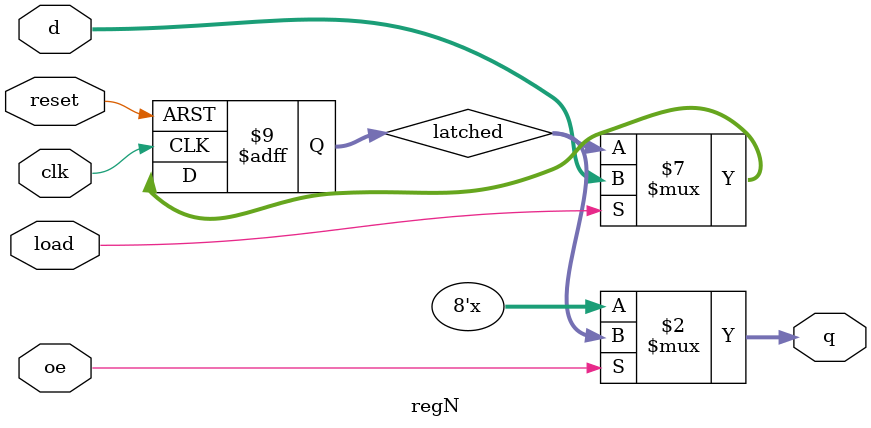
<source format=sv>
module regN #(parameter N=8) (
   output logic [N-1:0] q,
   input logic clk,
   input logic load,
   input logic reset,
   input logic [N-1:0] d,
   input logic oe);
   
   // Internal storage
   logic [N-1:0] latched;
   
   // Delay only used for simulation
   assign #(5ps) q = (oe == '1) ? latched : 'z;
   
   always_ff @(posedge clk, negedge reset) begin
   
      if (reset == 1'b0) begin
         latched <= 'dz;
		end
      else if (clk == '1) begin
         if (load == '1) begin
            latched <= d;
         end
      end
            
   end
   
endmodule


</source>
